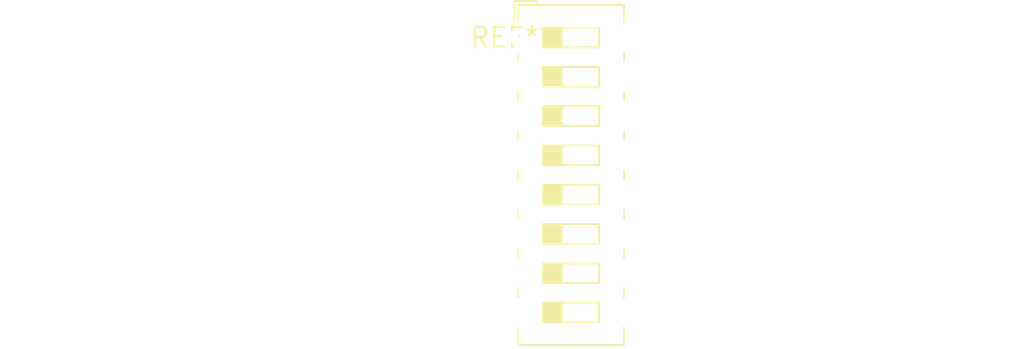
<source format=kicad_pcb>
(kicad_pcb (version 20240108) (generator pcbnew)
  (layers (0 "F.Cu" signal) (31 "B.Cu" signal) (34 "B.Paste" user) (35 "F.Paste" user) (36 "B.SilkS" user "B.Silkscreen") (37 "F.SilkS" user "F.Silkscreen") (38 "B.Mask" user) (39 "F.Mask" user) (44 "Edge.Cuts" user))
  (net 0 "")
  (footprint "SW_DIP_SPSTx08_Slide_6.7x21.88mm_W7.62mm_P2.54mm_LowProfile" (layer "F.Cu") (at 0 0)
    (property "Reference" "REF**")
    (property "Value" "SW_DIP_SPSTx08_Slide_6.7x21.88mm_W7.62mm_P2.54mm_LowProfile")
    (fp_line (start 0.16 -2.35) (end 0.16 -1.04) (layer "F.SilkS") (stroke (width 0.12)))
    (fp_line (start 0.16 -2.35) (end 1.543 -2.35) (layer "F.SilkS") (stroke (width 0.12)))
    (fp_line (start 0.4 -2.11) (end 0.4 -1.04) (layer "F.SilkS") (stroke (width 0.12)))
    (fp_line (start 0.4 -2.11) (end 7.221 -2.11) (layer "F.SilkS") (stroke (width 0.12)))
    (fp_line (start 0.4 1.04) (end 0.4 1.551) (layer "F.SilkS") (stroke (width 0.12)))
    (fp_line (start 0.4 3.53) (end 0.4 4.091) (layer "F.SilkS") (stroke (width 0.12)))
    (fp_line (start 0.4 6.07) (end 0.4 6.631) (layer "F.SilkS") (stroke (width 0.12)))
    (fp_line (start 0.4 8.61) (end 0.4 9.17) (layer "F.SilkS") (stroke (width 0.12)))
    (fp_line (start 0.4 11.15) (end 0.4 11.71) (layer "F.SilkS") (stroke (width 0.12)))
    (fp_line (start 0.4 13.69) (end 0.4 14.25) (layer "F.SilkS") (stroke (width 0.12)))
    (fp_line (start 0.4 16.23) (end 0.4 16.79) (layer "F.SilkS") (stroke (width 0.12)))
    (fp_line (start 0.4 18.77) (end 0.4 19.891) (layer "F.SilkS") (stroke (width 0.12)))
    (fp_line (start 0.4 19.891) (end 7.221 19.891) (layer "F.SilkS") (stroke (width 0.12)))
    (fp_line (start 2 -0.635) (end 2 0.635) (layer "F.SilkS") (stroke (width 0.12)))
    (fp_line (start 2 -0.515) (end 3.206667 -0.515) (layer "F.SilkS") (stroke (width 0.12)))
    (fp_line (start 2 -0.395) (end 3.206667 -0.395) (layer "F.SilkS") (stroke (width 0.12)))
    (fp_line (start 2 -0.275) (end 3.206667 -0.275) (layer "F.SilkS") (stroke (width 0.12)))
    (fp_line (start 2 -0.155) (end 3.206667 -0.155) (layer "F.SilkS") (stroke (width 0.12)))
    (fp_line (start 2 -0.035) (end 3.206667 -0.035) (layer "F.SilkS") (stroke (width 0.12)))
    (fp_line (start 2 0.085) (end 3.206667 0.085) (layer "F.SilkS") (stroke (width 0.12)))
    (fp_line (start 2 0.205) (end 3.206667 0.205) (layer "F.SilkS") (stroke (width 0.12)))
    (fp_line (start 2 0.325) (end 3.206667 0.325) (layer "F.SilkS") (stroke (width 0.12)))
    (fp_line (start 2 0.445) (end 3.206667 0.445) (layer "F.SilkS") (stroke (width 0.12)))
    (fp_line (start 2 0.565) (end 3.206667 0.565) (layer "F.SilkS") (stroke (width 0.12)))
    (fp_line (start 2 0.635) (end 5.62 0.635) (layer "F.SilkS") (stroke (width 0.12)))
    (fp_line (start 2 1.905) (end 2 3.175) (layer "F.SilkS") (stroke (width 0.12)))
    (fp_line (start 2 2.025) (end 3.206667 2.025) (layer "F.SilkS") (stroke (width 0.12)))
    (fp_line (start 2 2.145) (end 3.206667 2.145) (layer "F.SilkS") (stroke (width 0.12)))
    (fp_line (start 2 2.265) (end 3.206667 2.265) (layer "F.SilkS") (stroke (width 0.12)))
    (fp_line (start 2 2.385) (end 3.206667 2.385) (layer "F.SilkS") (stroke (width 0.12)))
    (fp_line (start 2 2.505) (end 3.206667 2.505) (layer "F.SilkS") (stroke (width 0.12)))
    (fp_line (start 2 2.625) (end 3.206667 2.625) (layer "F.SilkS") (stroke (width 0.12)))
    (fp_line (start 2 2.745) (end 3.206667 2.745) (layer "F.SilkS") (stroke (width 0.12)))
    (fp_line (start 2 2.865) (end 3.206667 2.865) (layer "F.SilkS") (stroke (width 0.12)))
    (fp_line (start 2 2.985) (end 3.206667 2.985) (layer "F.SilkS") (stroke (width 0.12)))
    (fp_line (start 2 3.105) (end 3.206667 3.105) (layer "F.SilkS") (stroke (width 0.12)))
    (fp_line (start 2 3.175) (end 5.62 3.175) (layer "F.SilkS") (stroke (width 0.12)))
    (fp_line (start 2 4.445) (end 2 5.715) (layer "F.SilkS") (stroke (width 0.12)))
    (fp_line (start 2 4.565) (end 3.206667 4.565) (layer "F.SilkS") (stroke (width 0.12)))
    (fp_line (start 2 4.685) (end 3.206667 4.685) (layer "F.SilkS") (stroke (width 0.12)))
    (fp_line (start 2 4.805) (end 3.206667 4.805) (layer "F.SilkS") (stroke (width 0.12)))
    (fp_line (start 2 4.925) (end 3.206667 4.925) (layer "F.SilkS") (stroke (width 0.12)))
    (fp_line (start 2 5.045) (end 3.206667 5.045) (layer "F.SilkS") (stroke (width 0.12)))
    (fp_line (start 2 5.165) (end 3.206667 5.165) (layer "F.SilkS") (stroke (width 0.12)))
    (fp_line (start 2 5.285) (end 3.206667 5.285) (layer "F.SilkS") (stroke (width 0.12)))
    (fp_line (start 2 5.405) (end 3.206667 5.405) (layer "F.SilkS") (stroke (width 0.12)))
    (fp_line (start 2 5.525) (end 3.206667 5.525) (layer "F.SilkS") (stroke (width 0.12)))
    (fp_line (start 2 5.645) (end 3.206667 5.645) (layer "F.SilkS") (stroke (width 0.12)))
    (fp_line (start 2 5.715) (end 5.62 5.715) (layer "F.SilkS") (stroke (width 0.12)))
    (fp_line (start 2 6.985) (end 2 8.255) (layer "F.SilkS") (stroke (width 0.12)))
    (fp_line (start 2 7.105) (end 3.206667 7.105) (layer "F.SilkS") (stroke (width 0.12)))
    (fp_line (start 2 7.225) (end 3.206667 7.225) (layer "F.SilkS") (stroke (width 0.12)))
    (fp_line (start 2 7.345) (end 3.206667 7.345) (layer "F.SilkS") (stroke (width 0.12)))
    (fp_line (start 2 7.465) (end 3.206667 7.465) (layer "F.SilkS") (stroke (width 0.12)))
    (fp_line (start 2 7.585) (end 3.206667 7.585) (layer "F.SilkS") (stroke (width 0.12)))
    (fp_line (start 2 7.705) (end 3.206667 7.705) (layer "F.SilkS") (stroke (width 0.12)))
    (fp_line (start 2 7.825) (end 3.206667 7.825) (layer "F.SilkS") (stroke (width 0.12)))
    (fp_line (start 2 7.945) (end 3.206667 7.945) (layer "F.SilkS") (stroke (width 0.12)))
    (fp_line (start 2 8.065) (end 3.206667 8.065) (layer "F.SilkS") (stroke (width 0.12)))
    (fp_line (start 2 8.185) (end 3.206667 8.185) (layer "F.SilkS") (stroke (width 0.12)))
    (fp_line (start 2 8.255) (end 5.62 8.255) (layer "F.SilkS") (stroke (width 0.12)))
    (fp_line (start 2 9.525) (end 2 10.795) (layer "F.SilkS") (stroke (width 0.12)))
    (fp_line (start 2 9.645) (end 3.206667 9.645) (layer "F.SilkS") (stroke (width 0.12)))
    (fp_line (start 2 9.765) (end 3.206667 9.765) (layer "F.SilkS") (stroke (width 0.12)))
    (fp_line (start 2 9.885) (end 3.206667 9.885) (layer "F.SilkS") (stroke (width 0.12)))
    (fp_line (start 2 10.005) (end 3.206667 10.005) (layer "F.SilkS") (stroke (width 0.12)))
    (fp_line (start 2 10.125) (end 3.206667 10.125) (layer "F.SilkS") (stroke (width 0.12)))
    (fp_line (start 2 10.245) (end 3.206667 10.245) (layer "F.SilkS") (stroke (width 0.12)))
    (fp_line (start 2 10.365) (end 3.206667 10.365) (layer "F.SilkS") (stroke (width 0.12)))
    (fp_line (start 2 10.485) (end 3.206667 10.485) (layer "F.SilkS") (stroke (width 0.12)))
    (fp_line (start 2 10.605) (end 3.206667 10.605) (layer "F.SilkS") (stroke (width 0.12)))
    (fp_line (start 2 10.725) (end 3.206667 10.725) (layer "F.SilkS") (stroke (width 0.12)))
    (fp_line (start 2 10.795) (end 5.62 10.795) (layer "F.SilkS") (stroke (width 0.12)))
    (fp_line (start 2 12.065) (end 2 13.335) (layer "F.SilkS") (stroke (width 0.12)))
    (fp_line (start 2 12.185) (end 3.206667 12.185) (layer "F.SilkS") (stroke (width 0.12)))
    (fp_line (start 2 12.305) (end 3.206667 12.305) (layer "F.SilkS") (stroke (width 0.12)))
    (fp_line (start 2 12.425) (end 3.206667 12.425) (layer "F.SilkS") (stroke (width 0.12)))
    (fp_line (start 2 12.545) (end 3.206667 12.545) (layer "F.SilkS") (stroke (width 0.12)))
    (fp_line (start 2 12.665) (end 3.206667 12.665) (layer "F.SilkS") (stroke (width 0.12)))
    (fp_line (start 2 12.785) (end 3.206667 12.785) (layer "F.SilkS") (stroke (width 0.12)))
    (fp_line (start 2 12.905) (end 3.206667 12.905) (layer "F.SilkS") (stroke (width 0.12)))
    (fp_line (start 2 13.025) (end 3.206667 13.025) (layer "F.SilkS") (stroke (width 0.12)))
    (fp_line (start 2 13.145) (end 3.206667 13.145) (layer "F.SilkS") (stroke (width 0.12)))
    (fp_line (start 2 13.265) (end 3.206667 13.265) (layer "F.SilkS") (stroke (width 0.12)))
    (fp_line (start 2 13.335) (end 5.62 13.335) (layer "F.SilkS") (stroke (width 0.12)))
    (fp_line (start 2 14.605) (end 2 15.875) (layer "F.SilkS") (stroke (width 0.12)))
    (fp_line (start 2 14.725) (end 3.206667 14.725) (layer "F.SilkS") (stroke (width 0.12)))
    (fp_line (start 2 14.845) (end 3.206667 14.845) (layer "F.SilkS") (stroke (width 0.12)))
    (fp_line (start 2 14.965) (end 3.206667 14.965) (layer "F.SilkS") (stroke (width 0.12)))
    (fp_line (start 2 15.085) (end 3.206667 15.085) (layer "F.SilkS") (stroke (width 0.12)))
    (fp_line (start 2 15.205) (end 3.206667 15.205) (layer "F.SilkS") (stroke (width 0.12)))
    (fp_line (start 2 15.325) (end 3.206667 15.325) (layer "F.SilkS") (stroke (width 0.12)))
    (fp_line (start 2 15.445) (end 3.206667 15.445) (layer "F.SilkS") (stroke (width 0.12)))
    (fp_line (start 2 15.565) (end 3.206667 15.565) (layer "F.SilkS") (stroke (width 0.12)))
    (fp_line (start 2 15.685) (end 3.206667 15.685) (layer "F.SilkS") (stroke (width 0.12)))
    (fp_line (start 2 15.805) (end 3.206667 15.805) (layer "F.SilkS") (stroke (width 0.12)))
    (fp_line (start 2 15.875) (end 5.62 15.875) (layer "F.SilkS") (stroke (width 0.12)))
    (fp_line (start 2 17.145) (end 2 18.415) (layer "F.SilkS") (stroke (width 0.12)))
    (fp_line (start 2 17.265) (end 3.206667 17.265) (layer "F.SilkS") (stroke (width 0.12)))
    (fp_line (start 2 17.385) (end 3.206667 17.385) (layer "F.SilkS") (stroke (width 0.12)))
    (fp_line (start 2 17.505) (end 3.206667 17.505) (layer "F.SilkS") (stroke (width 0.12)))
    (fp_line (start 2 17.625) (end 3.206667 17.625) (layer "F.SilkS") (stroke (width 0.12)))
    (fp_line (start 2 17.745) (end 3.206667 17.745) (layer "F.SilkS") (stroke (width 0.12)))
    (fp_line (start 2 17.865) (end 3.206667 17.865) (layer "F.SilkS") (stroke (width 0.12)))
    (fp_line (start 2 17.985) (end 3.206667 17.985) (layer "F.SilkS") (stroke (width 0.12)))
    (fp_line (start 2 18.105) (end 3.206667 18.105) (layer "F.SilkS") (stroke (width 0.12)))
    (fp_line (start 2 18.225) (end 3.206667 18.225) (layer "F.SilkS") (stroke (width 0.12)))
    (fp_line (start 2 18.345) (end 3.206667 18.345) (layer "F.SilkS") (stroke (width 0.12)))
    (fp_line (start 2 18.415) (end 5.62 18.415) (layer "F.SilkS") (stroke (width 0.12)))
    (fp_line (start 3.206667 -0.635) (end 3.206667 0.635) (layer "F.SilkS") (stroke (width 0.12)))
    (fp_line (start 3.206667 1.905) (end 3.206667 3.175) (layer "F.SilkS") (stroke (width 0.12)))
    (fp_line (start 3.206667 4.445) (end 3.206667 5.715) (layer "F.SilkS") (stroke (width 0.12)))
    (fp_line (start 3.206667 6.985) (end 3.206667 8.255) (layer "F.SilkS") (stroke (width 0.12)))
    (fp_line (start 3.206667 9.525) (end 3.206667 10.795) (layer "F.SilkS") (stroke (width 0.12)))
    (fp_line (start 3.206667 12.065) (end 3.206667 13.335) (layer "F.SilkS") (stroke (width 0.12)))
    (fp_line (start 3.206667 14.605) (end 3.206667 15.875) (layer "F.SilkS") (stroke (width 0.12)))
    (fp_line (start 3.206667 17.145) (end 3.206667 18.415) (layer "F.SilkS") (stroke (width 0.12)))
    (fp_line (start 5.62 -0.635) (end 2 -0.635) (layer "F.SilkS") (stroke (width 0.12)))
    (fp_line (start 5.62 0.635) (end 5.62 -0.635) (layer "F.SilkS") (stroke (width 0.12)))
    (fp_line (start 5.62 1.905) (end 2 1.905) (layer "F.SilkS") (stroke (width 0.12)))
    (fp_line (start 5.62 3.175) (end 5.62 1.905) (layer "F.SilkS") (stroke (width 0.12)))
    (fp_line (start 5.62 4.445) (end 2 4.445) (layer "F.SilkS") (stroke (width 0.12)))
    (fp_line (start 5.62 5.715) (end 5.62 4.445) (layer "F.SilkS") (stroke (width 0.12)))
    (fp_line (start 5.62 6.985) (end 2 6.985) (layer "F.SilkS") (stroke (width 0.12)))
    (fp_line (start 5.62 8.255) (end 5.62 6.985) (layer "F.SilkS") (stroke (width 0.12)))
    (fp_line (start 5.62 9.525) (end 2 9.525) (layer "F.SilkS") (stroke (width 0.12)))
    (fp_line (start 5.62 10.795) (end 5.62 9.525) (layer "F.SilkS") (stroke (width 0.12)))
    (fp_line (start 5.62 12.065) (end 2 12.065) (layer "F.SilkS") (stroke (width 0.12)))
    (fp_line (start 5.62 13.335) (end 5.62 12.065) (layer "F.SilkS") (stroke (width 0.12)))
    (fp_line (start 5.62 14.605) (end 2 14.605) (layer "F.SilkS") (stroke (width 0.12)))
    (fp_line (start 5.62 15.875) (end 5.62 14.605) (layer "F.SilkS") (stroke (width 0.12)))
    (fp_line (start 5.62 17.145) (end 2 17.145) (layer "F.SilkS") (stroke (width 0.12)))
    (fp_line (start 5.62 18.415) (end 5.62 17.145) (layer "F.SilkS") (stroke (width 0.12)))
    (fp_line (start 7.221 -2.11) (end 7.221 -0.99) (layer "F.SilkS") (stroke (width 0.12)))
    (fp_line (start 7.221 0.991) (end 7.221 1.551) (layer "F.SilkS") (stroke (width 0.12)))
    (fp_line (start 7.221 3.531) (end 7.221 4.091) (layer "F.SilkS") (stroke (width 0.12)))
    (fp_line (start 7.221 6.071) (end 7.221 6.631) (layer "F.SilkS") (stroke (width 0.12)))
    (fp_line (start 7.221 8.611) (end 7.221 9.171) (layer "F.SilkS") (stroke (width 0.12)))
    (fp_line (start 7.221 11.151) (end 7.221 11.711) (layer "F.SilkS") (stroke (width 0.12)))
    (fp_line (start 7.221 13.691) (end 7.221 14.251) (layer "F.SilkS") (stroke (width 0.12)))
    (fp_line (start 7.221 16.231) (end 7.221 16.79) (layer "F.SilkS") (stroke (width 0.12)))
    (fp_line (start 7.221 18.771) (end 7.221 19.891) (layer "F.SilkS") (stroke (width 0.12)))
    (pad "1" thru_hole rect (at 0 0) (size 1.6 1.6) (drill 0.8) (layers *.Cu *.Mask) (remove_unused_layers))
    (pad "2" thru_hole oval (at 0 2.54) (size 1.6 1.6) (drill 0.8) (layers *.Cu *.Mask) (remove_unused_layers))
    (pad "3" thru_hole oval (at 0 5.08) (size 1.6 1.6) (drill 0.8) (layers *.Cu *.Mask) (remove_unused_layers))
    (pad "4" thru_hole oval (at 0 7.62) (size 1.6 1.6) (drill 0.8) (layers *.Cu *.Mask) (remove_unused_layers))
    (pad "5" thru_hole oval (at 0 10.16) (size 1.6 1.6) (drill 0.8) (layers *.Cu *.Mask) (remove_unused_layers))
    (pad "6" thru_hole oval (at 0 12.7) (size 1.6 1.6) (drill 0.8) (layers *.Cu *.Mask) (remove_unused_layers))
    (pad "7" thru_hole oval (at 0 15.24) (size 1.6 1.6) (drill 0.8) (layers *.Cu *.Mask) (remove_unused_layers))
    (pad "8" thru_hole oval (at 0 17.78) (size 1.6 1.6) (drill 0.8) (layers *.Cu *.Mask) (remove_unused_layers))
    (pad "9" thru_hole oval (at 7.62 17.78) (size 1.6 1.6) (drill 0.8) (layers *.Cu *.Mask) (remove_unused_layers))
    (pad "10" thru_hole oval (at 7.62 15.24) (size 1.6 1.6) (drill 0.8) (layers *.Cu *.Mask) (remove_unused_layers))
    (pad "11" thru_hole oval (at 7.62 12.7) (size 1.6 1.6) (drill 0.8) (layers *.Cu *.Mask) (remove_unused_layers))
    (pad "12" thru_hole oval (at 7.62 10.16) (size 1.6 1.6) (drill 0.8) (layers *.Cu *.Mask) (remove_unused_layers))
    (pad "13" thru_hole oval (at 7.62 7.62) (size 1.6 1.6) (drill 0.8) (layers *.Cu *.Mask) (remove_unused_layers))
    (pad "14" thru_hole oval (at 7.62 5.08) (size 1.6 1.6) (drill 0.8) (layers *.Cu *.Mask) (remove_unused_layers))
    (pad "15" thru_hole oval (at 7.62 2.54) (size 1.6 1.6) (drill 0.8) (layers *.Cu *.Mask) (remove_unused_layers))
    (pad "16" thru_hole oval (at 7.62 0) (size 1.6 1.6) (drill 0.8) (layers *.Cu *.Mask) (remove_unused_layers))
  )
)
</source>
